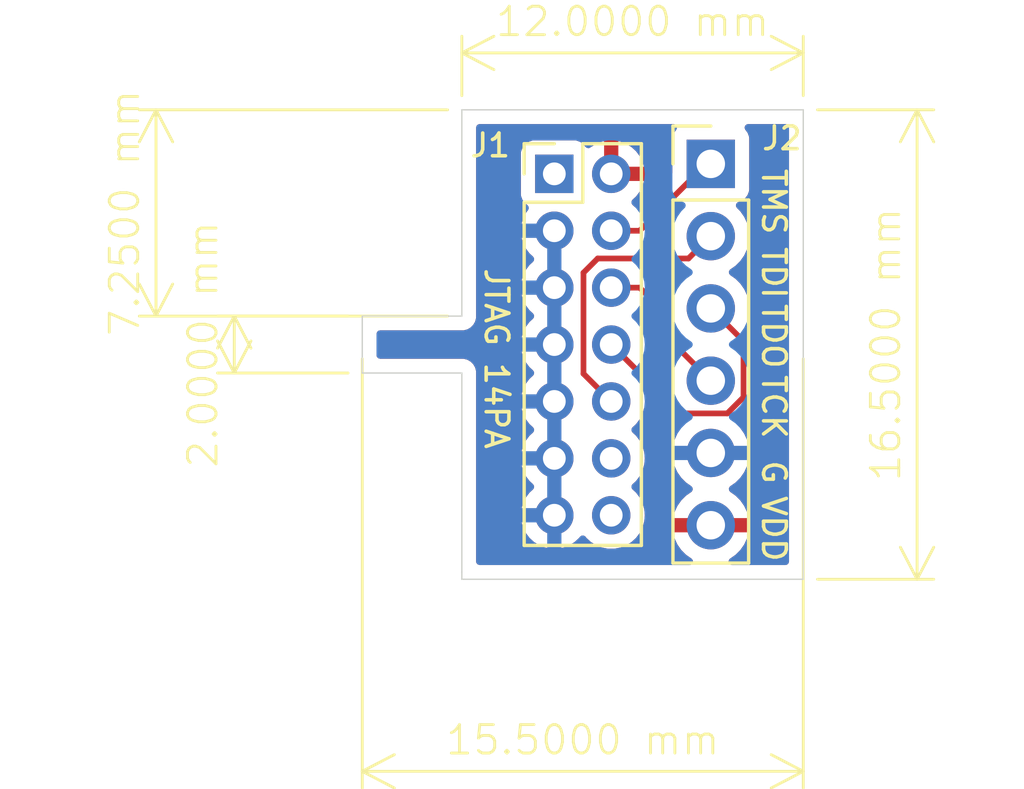
<source format=kicad_pcb>
(kicad_pcb (version 20240108) (generator "pcbnew") (generator_version "8.0")
  (layers (0 "F.Cu" signal) (31 "B.Cu" signal) (34 "B.Paste" user) (35 "F.Paste" user) (36 "B.SilkS" user "B.Silkscreen") (37 "F.SilkS" user "F.Silkscreen") (38 "B.Mask" user) (39 "F.Mask" user) (44 "Edge.Cuts" user))
  (net 0 "")
  (net 1 "/TDI")
  (net 2 "/TMS")
  (net 3 "/VDD")
  (net 4 "/TCK")
  (net 5 "/GND")
  (net 6 "/TDO")
  (footprint "Connector_PinHeader_2.54mm:PinHeader_1x06_P2.54mm_Vertical" (layer "F.Cu") (at 140.5 84.15)
    (property "Reference" "J1" (at -7.75 -0.65 0) (layer "F.SilkS") (effects (font (size 0.8 0.8) (thickness 0.125))))
    (property "Value" "Conn_01x06_Pin")
    (fp_line (start -1.33 -1.33) (end 0 -1.33) (stroke (width 0.12)) (layer "F.SilkS"))
    (fp_line (start -1.33 0) (end -1.33 -1.33) (stroke (width 0.12)) (layer "F.SilkS"))
    (fp_line (start -1.33 1.27) (end -1.33 14.03) (stroke (width 0.12)) (layer "F.SilkS"))
    (fp_line (start -1.33 1.27) (end 1.33 1.27) (stroke (width 0.12)) (layer "F.SilkS"))
    (fp_line (start -1.33 14.03) (end 1.33 14.03) (stroke (width 0.12)) (layer "F.SilkS"))
    (fp_line (start 1.33 1.27) (end 1.33 14.03) (stroke (width 0.12)) (layer "F.SilkS"))
    (pad "1" thru_hole rect (at 0 0) (size 1.7 1.7) (drill 1) (layers "*.Cu" "*.Mask") (net 2 "/TMS"))
    (pad "2" thru_hole oval (at 0 2.54) (size 1.7 1.7) (drill 1) (layers "*.Cu" "*.Mask") (net 1 "/TDI"))
    (pad "3" thru_hole oval (at 0 5.08) (size 1.7 1.7) (drill 1) (layers "*.Cu" "*.Mask") (net 6 "/TDO"))
    (pad "4" thru_hole oval (at 0 7.62) (size 1.7 1.7) (drill 1) (layers "*.Cu" "*.Mask") (net 4 "/TCK"))
    (pad "5" thru_hole oval (at 0 10.16) (size 1.7 1.7) (drill 1) (layers "*.Cu" "*.Mask") (net 5 "/GND"))
    (pad "6" thru_hole oval (at 0 12.7) (size 1.7 1.7) (drill 1) (layers "*.Cu" "*.Mask") (net 3 "/VDD"))
  )
  (footprint "Connector_PinHeader_2.00mm:PinHeader_2x07_P2.00mm_Vertical" (layer "F.Cu") (at 135 84.5)
    (property "Reference" "J2" (at 8 -1.25 0) (layer "F.SilkS") (effects (font (size 0.8 0.8) (thickness 0.125))))
    (property "Value" "Conn_02x07_Odd_Even")
    (fp_line (start -1.06 -1.06) (end 0 -1.06) (stroke (width 0.12)) (layer "F.SilkS"))
    (fp_line (start -1.06 0) (end -1.06 -1.06) (stroke (width 0.12)) (layer "F.SilkS"))
    (fp_line (start -1.06 1) (end -1.06 13.06) (stroke (width 0.12)) (layer "F.SilkS"))
    (fp_line (start -1.06 1) (end 1 1) (stroke (width 0.12)) (layer "F.SilkS"))
    (fp_line (start -1.06 13.06) (end 3.06 13.06) (stroke (width 0.12)) (layer "F.SilkS"))
    (fp_line (start 1 -1.06) (end 3.06 -1.06) (stroke (width 0.12)) (layer "F.SilkS"))
    (fp_line (start 1 1) (end 1 -1.06) (stroke (width 0.12)) (layer "F.SilkS"))
    (fp_line (start 3.06 -1.06) (end 3.06 13.06) (stroke (width 0.12)) (layer "F.SilkS"))
    (pad "1" thru_hole rect (at 0 0) (size 1.35 1.35) (drill 0.8) (layers "*.Cu" "*.Mask"))
    (pad "2" thru_hole oval (at 2 0) (size 1.35 1.35) (drill 0.8) (layers "*.Cu" "*.Mask") (net 3 "/VDD"))
    (pad "3" thru_hole oval (at 0 2) (size 1.35 1.35) (drill 0.8) (layers "*.Cu" "*.Mask") (net 5 "/GND"))
    (pad "4" thru_hole oval (at 2 2) (size 1.35 1.35) (drill 0.8) (layers "*.Cu" "*.Mask") (net 2 "/TMS"))
    (pad "5" thru_hole oval (at 0 4) (size 1.35 1.35) (drill 0.8) (layers "*.Cu" "*.Mask") (net 5 "/GND"))
    (pad "6" thru_hole oval (at 2 4) (size 1.35 1.35) (drill 0.8) (layers "*.Cu" "*.Mask") (net 4 "/TCK"))
    (pad "7" thru_hole oval (at 0 6) (size 1.35 1.35) (drill 0.8) (layers "*.Cu" "*.Mask") (net 5 "/GND"))
    (pad "8" thru_hole oval (at 2 6) (size 1.35 1.35) (drill 0.8) (layers "*.Cu" "*.Mask") (net 6 "/TDO"))
    (pad "9" thru_hole oval (at 0 8) (size 1.35 1.35) (drill 0.8) (layers "*.Cu" "*.Mask") (net 5 "/GND"))
    (pad "10" thru_hole oval (at 2 8) (size 1.35 1.35) (drill 0.8) (layers "*.Cu" "*.Mask") (net 1 "/TDI"))
    (pad "11" thru_hole oval (at 0 10) (size 1.35 1.35) (drill 0.8) (layers "*.Cu" "*.Mask") (net 5 "/GND"))
    (pad "12" thru_hole oval (at 2 10) (size 1.35 1.35) (drill 0.8) (layers "*.Cu" "*.Mask"))
    (pad "13" thru_hole oval (at 0 12) (size 1.35 1.35) (drill 0.8) (layers "*.Cu" "*.Mask") (net 5 "/GND"))
    (pad "14" thru_hole oval (at 2 12) (size 1.35 1.35) (drill 0.8) (layers "*.Cu" "*.Mask"))
  )
  (gr_line (start 131.75 91.5) (end 131.75 98.5) (stroke (width 0.05)) (layer "Edge.Cuts"))
  (gr_line (start 143.75 98.75) (end 143.75 82.25) (stroke (width 0.05)) (layer "Edge.Cuts"))
  (gr_line (start 131.75 98.75) (end 131.75 98.5) (stroke (width 0.05)) (layer "Edge.Cuts"))
  (gr_line (start 131.75 98.75) (end 143.75 98.75) (stroke (width 0.05)) (layer "Edge.Cuts"))
  (gr_line (start 131.75 82.25) (end 131.75 89.5) (stroke (width 0.05)) (layer "Edge.Cuts"))
  (gr_line (start 128.25 89.5) (end 128.25 91.5) (stroke (width 0.05)) (layer "Edge.Cuts"))
  (gr_line (start 131.75 89.5) (end 128.25 89.5) (stroke (width 0.05)) (layer "Edge.Cuts"))
  (gr_line (start 143.75 82.25) (end 131.75 82.25) (stroke (width 0.05)) (layer "Edge.Cuts"))
  (gr_line (start 128.25 91.5) (end 131.75 91.5) (stroke (width 0.05)) (layer "Edge.Cuts"))
  (gr_text "TDO" (at 142.25 89 -90) (layer "F.SilkS") (effects (font (size 0.8 0.8) (thickness 0.125) (bold yes)) (justify left bottom)))
  (gr_text "TDI" (at 142.25 87 -90) (layer "F.SilkS") (effects (font (size 0.8 0.8) (thickness 0.125) (bold yes)) (justify left bottom)))
  (gr_text "VDD" (at 142.25 95.75 -90) (layer "F.SilkS") (effects (font (size 0.8 0.8) (thickness 0.125) (bold yes)) (justify left bottom)))
  (gr_text "TMS\n" (at 142.25 84.25 -90) (layer "F.SilkS") (effects (font (size 0.8 0.8) (thickness 0.125) (bold yes)) (justify left bottom)))
  (gr_text "TCK" (at 142.25 91.5 -90) (layer "F.SilkS") (effects (font (size 0.8 0.8) (thickness 0.125) (bold yes)) (justify left bottom)))
  (gr_text "JTAG 14PA" (at 132.5 87.75 270) (layer "F.SilkS") (effects (font (size 0.8 0.8) (thickness 0.125) (bold yes)) (justify left bottom)))
  (gr_text "G" (at 142.25 94.5 270) (layer "F.SilkS") (effects (font (size 0.8 0.8) (thickness 0.125) (bold yes)) (justify left bottom)))
  (dimension (type aligned) (layer "F.SilkS") (pts (xy 131.75 82.25) (xy 131.75 89.5)) (height 10.75) (gr_text "7.2500 mm" (at 119.9 85.875 90) (layer "F.SilkS") (effects (font (size 1 1) (thickness 0.1)))) (format (prefix "") (suffix "") (units 3) (units_format 1) (precision 4)) (style (thickness 0.1) (arrow_length 1.27) (text_position_mode 0) (extension_height 0.58642) (extension_offset 0.5) keep_text_aligned))
  (dimension (type aligned) (layer "F.SilkS") (pts (xy 128.25 89.5) (xy 128.25 91.5)) (height 4.5) (gr_text "2.0000 mm" (at 122.65 90.5 90) (layer "F.SilkS") (effects (font (size 1 1) (thickness 0.1)))) (format (prefix "") (suffix "") (units 3) (units_format 1) (precision 4)) (style (thickness 0.1) (arrow_length 1.27) (text_position_mode 0) (extension_height 0.58642) (extension_offset 0.5) keep_text_aligned))
  (dimension (type aligned) (layer "F.SilkS") (pts (xy 128.25 90.5) (xy 143.75 90.5)) (height 15) (gr_text "15.5000 mm" (at 136 104.4 0) (layer "F.SilkS") (effects (font (size 1 1) (thickness 0.1)))) (format (prefix "") (suffix "") (units 3) (units_format 1) (precision 4)) (style (thickness 0.1) (arrow_length 1.27) (text_position_mode 0) (extension_height 0.58642) (extension_offset 0.5) keep_text_aligned))
  (dimension (type aligned) (layer "F.SilkS") (pts (xy 143.75 82.25) (xy 131.75 82.25)) (height 1.999999) (gr_text "12.0000 mm" (at 137.75 79.150001 0) (layer "F.SilkS") (effects (font (size 1 1) (thickness 0.1)))) (format (prefix "") (suffix "") (units 3) (units_format 1) (precision 4)) (style (thickness 0.1) (arrow_length 1.27) (text_position_mode 0) (extension_height 0.58642) (extension_offset 0.5) keep_text_aligned))
  (dimension (type aligned) (layer "F.SilkS") (pts (xy 143.75 82.25) (xy 143.75 98.75)) (height -4) (gr_text "16.5000 mm" (at 146.65 90.5 90) (layer "F.SilkS") (effects (font (size 1 1) (thickness 0.1)))) (format (prefix "") (suffix "") (units 3) (units_format 1) (precision 4)) (style (thickness 0.1) (arrow_length 1.27) (text_position_mode 0) (extension_height 0.58642) (extension_offset 0.5) keep_text_aligned))
  (segment (start 140.5 86.69) (end 139.715 87.475) (width 0.2) (layer "F.Cu") (net 1))
  (segment (start 139.715 87.475) (end 136.525 87.475) (width 0.2) (layer "F.Cu") (net 1))
  (segment (start 136.525 87.475) (end 136.025 87.975) (width 0.2) (layer "F.Cu") (net 1))
  (segment (start 136.025 87.975) (end 136.025 91.525) (width 0.2) (layer "F.Cu") (net 1))
  (segment (start 136.025 91.525) (end 137 92.5) (width 0.2) (layer "F.Cu") (net 1))
  (segment (start 140.5 84.15) (end 140.35 84.15) (width 0.2) (layer "F.Cu") (net 2))
  (segment (start 138 86.5) (end 137 86.5) (width 0.2) (layer "F.Cu") (net 2))
  (segment (start 140.35 84.15) (end 138 86.5) (width 0.2) (layer "F.Cu") (net 2))
  (segment (start 138.5 89.77) (end 138.5 89) (width 0.2) (layer "F.Cu") (net 4))
  (segment (start 138 88.5) (end 137 88.5) (width 0.2) (layer "F.Cu") (net 4))
  (segment (start 140.5 91.77) (end 138.5 89.77) (width 0.2) (layer "F.Cu") (net 4))
  (segment (start 138.5 89) (end 138 88.5) (width 0.2) (layer "F.Cu") (net 4))
  (segment (start 141.08 92.92) (end 139.42 92.92) (width 0.2) (layer "F.Cu") (net 6))
  (segment (start 141.65 90.38) (end 141.65 92.35) (width 0.2) (layer "F.Cu") (net 6))
  (segment (start 140.5 89.23) (end 141.65 90.38) (width 0.2) (layer "F.Cu") (net 6))
  (segment (start 141.65 92.35) (end 141.08 92.92) (width 0.2) (layer "F.Cu") (net 6))
  (segment (start 139.42 92.92) (end 137 90.5) (width 0.2) (layer "F.Cu") (net 6))
  (zone (net 3) (net_name "/VDD") (layer "F.Cu") (priority 1) (connect_pads thru_hole_only (clearance 0.5)) (min_thickness 0.25) (fill yes (thermal_gap 0.5) (thermal_bridge_width 0.5))
    (polygon (pts (xy 143.75 82.25) (xy 131.75 82.25) (xy 131.75 89.5) (xy 128.25 89.5) (xy 128.25 91.5) (xy 131.75 91.5) (xy 131.75 98.75) (xy 143.75 98.75)))
  )
  (zone (net 5) (net_name "/GND") (layer "B.Cu") (connect_pads (clearance 0.5)) (min_thickness 0.25) (fill yes (thermal_gap 0.5) (thermal_bridge_width 0.5))
    (polygon (pts (xy 143.75 82.25) (xy 131.75 82.25) (xy 131.75 89.5) (xy 128.25 89.5) (xy 128.25 91.5) (xy 131.75 91.5) (xy 131.75 98.75) (xy 143.75 98.75)))
  )
)
</source>
